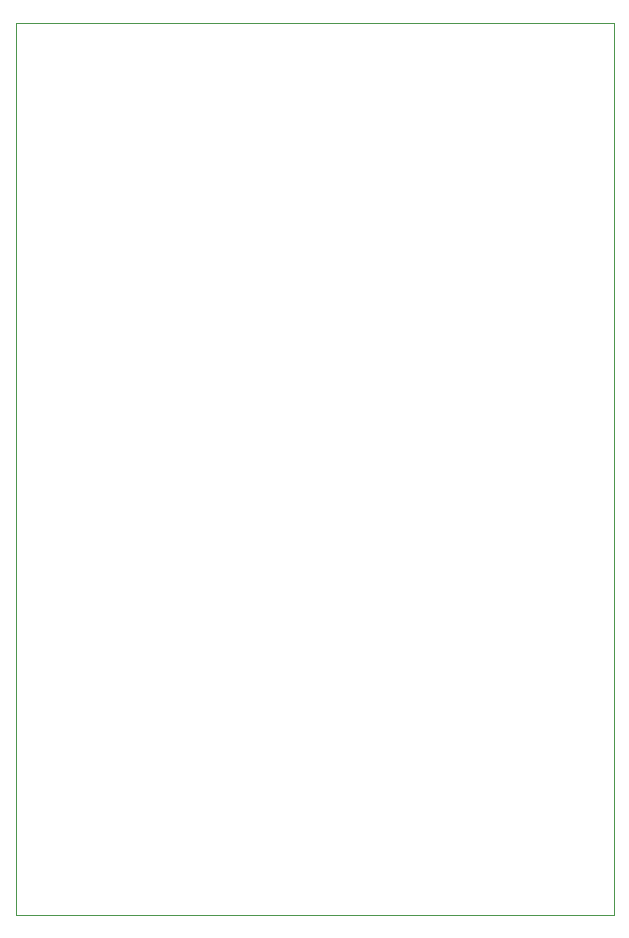
<source format=gbr>
G04 #@! TF.GenerationSoftware,KiCad,Pcbnew,(5.0.1)-rc2*
G04 #@! TF.CreationDate,2018-12-04T01:24:35-05:00*
G04 #@! TF.ProjectId,envelope,656E76656C6F70652E6B696361645F70,rev?*
G04 #@! TF.SameCoordinates,Original*
G04 #@! TF.FileFunction,Profile,NP*
%FSLAX46Y46*%
G04 Gerber Fmt 4.6, Leading zero omitted, Abs format (unit mm)*
G04 Created by KiCad (PCBNEW (5.0.1)-rc2) date 12/4/2018 1:24:35 AM*
%MOMM*%
%LPD*%
G01*
G04 APERTURE LIST*
%ADD10C,0.100000*%
G04 APERTURE END LIST*
D10*
X177800000Y-98425000D02*
X177800000Y-22860000D01*
X127127000Y-98425000D02*
X177800000Y-98425000D01*
X127127000Y-22860000D02*
X127127000Y-98425000D01*
X177800000Y-22860000D02*
X127127000Y-22860000D01*
M02*

</source>
